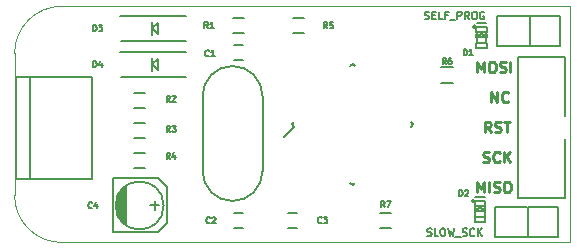
<source format=gbr>
G04 #@! TF.FileFunction,Legend,Top*
%FSLAX46Y46*%
G04 Gerber Fmt 4.6, Leading zero omitted, Abs format (unit mm)*
G04 Created by KiCad (PCBNEW (2015-01-16 BZR 5376)-product) date 9/25/2015 11:05:44 AM*
%MOMM*%
G01*
G04 APERTURE LIST*
%ADD10C,0.100000*%
%ADD11C,0.222250*%
%ADD12C,0.158750*%
%ADD13C,0.150000*%
%ADD14C,0.127000*%
G04 APERTURE END LIST*
D10*
X110000000Y-86000000D02*
X153000000Y-86000000D01*
X106000000Y-90000000D02*
X106000000Y-102000000D01*
X110000000Y-106000000D02*
X153000000Y-106000000D01*
X106000000Y-102000000D02*
G75*
G03X110000000Y-106000000I4000000J0D01*
G01*
X110000000Y-86000000D02*
G75*
G03X106000000Y-90000000I0J-4000000D01*
G01*
D11*
X145161001Y-101748167D02*
X145161001Y-100859167D01*
X145457334Y-101494167D01*
X145753667Y-100859167D01*
X145753667Y-101748167D01*
X146177001Y-101748167D02*
X146177001Y-100859167D01*
X146558000Y-101705833D02*
X146685000Y-101748167D01*
X146896667Y-101748167D01*
X146981334Y-101705833D01*
X147023667Y-101663500D01*
X147066000Y-101578833D01*
X147066000Y-101494167D01*
X147023667Y-101409500D01*
X146981334Y-101367167D01*
X146896667Y-101324833D01*
X146727334Y-101282500D01*
X146642667Y-101240167D01*
X146600334Y-101197833D01*
X146558000Y-101113167D01*
X146558000Y-101028500D01*
X146600334Y-100943833D01*
X146642667Y-100901500D01*
X146727334Y-100859167D01*
X146939000Y-100859167D01*
X147066000Y-100901500D01*
X147616334Y-100859167D02*
X147785667Y-100859167D01*
X147870334Y-100901500D01*
X147955001Y-100986167D01*
X147997334Y-101155500D01*
X147997334Y-101451833D01*
X147955001Y-101621167D01*
X147870334Y-101705833D01*
X147785667Y-101748167D01*
X147616334Y-101748167D01*
X147531667Y-101705833D01*
X147447001Y-101621167D01*
X147404667Y-101451833D01*
X147404667Y-101155500D01*
X147447001Y-100986167D01*
X147531667Y-100901500D01*
X147616334Y-100859167D01*
X145669000Y-99165833D02*
X145796000Y-99208167D01*
X146007667Y-99208167D01*
X146092334Y-99165833D01*
X146134667Y-99123500D01*
X146177000Y-99038833D01*
X146177000Y-98954167D01*
X146134667Y-98869500D01*
X146092334Y-98827167D01*
X146007667Y-98784833D01*
X145838334Y-98742500D01*
X145753667Y-98700167D01*
X145711334Y-98657833D01*
X145669000Y-98573167D01*
X145669000Y-98488500D01*
X145711334Y-98403833D01*
X145753667Y-98361500D01*
X145838334Y-98319167D01*
X146050000Y-98319167D01*
X146177000Y-98361500D01*
X147066001Y-99123500D02*
X147023667Y-99165833D01*
X146896667Y-99208167D01*
X146812001Y-99208167D01*
X146685001Y-99165833D01*
X146600334Y-99081167D01*
X146558001Y-98996500D01*
X146515667Y-98827167D01*
X146515667Y-98700167D01*
X146558001Y-98530833D01*
X146600334Y-98446167D01*
X146685001Y-98361500D01*
X146812001Y-98319167D01*
X146896667Y-98319167D01*
X147023667Y-98361500D01*
X147066001Y-98403833D01*
X147447001Y-99208167D02*
X147447001Y-98319167D01*
X147955001Y-99208167D02*
X147574001Y-98700167D01*
X147955001Y-98319167D02*
X147447001Y-98827167D01*
X146325167Y-96668167D02*
X146028833Y-96244833D01*
X145817167Y-96668167D02*
X145817167Y-95779167D01*
X146155833Y-95779167D01*
X146240500Y-95821500D01*
X146282833Y-95863833D01*
X146325167Y-95948500D01*
X146325167Y-96075500D01*
X146282833Y-96160167D01*
X146240500Y-96202500D01*
X146155833Y-96244833D01*
X145817167Y-96244833D01*
X146663833Y-96625833D02*
X146790833Y-96668167D01*
X147002500Y-96668167D01*
X147087167Y-96625833D01*
X147129500Y-96583500D01*
X147171833Y-96498833D01*
X147171833Y-96414167D01*
X147129500Y-96329500D01*
X147087167Y-96287167D01*
X147002500Y-96244833D01*
X146833167Y-96202500D01*
X146748500Y-96160167D01*
X146706167Y-96117833D01*
X146663833Y-96033167D01*
X146663833Y-95948500D01*
X146706167Y-95863833D01*
X146748500Y-95821500D01*
X146833167Y-95779167D01*
X147044833Y-95779167D01*
X147171833Y-95821500D01*
X147425834Y-95779167D02*
X147933834Y-95779167D01*
X147679834Y-96668167D02*
X147679834Y-95779167D01*
X146367501Y-94128167D02*
X146367501Y-93239167D01*
X146875501Y-94128167D01*
X146875501Y-93239167D01*
X147806834Y-94043500D02*
X147764500Y-94085833D01*
X147637500Y-94128167D01*
X147552834Y-94128167D01*
X147425834Y-94085833D01*
X147341167Y-94001167D01*
X147298834Y-93916500D01*
X147256500Y-93747167D01*
X147256500Y-93620167D01*
X147298834Y-93450833D01*
X147341167Y-93366167D01*
X147425834Y-93281500D01*
X147552834Y-93239167D01*
X147637500Y-93239167D01*
X147764500Y-93281500D01*
X147806834Y-93323833D01*
X145161001Y-91588167D02*
X145161001Y-90699167D01*
X145457334Y-91334167D01*
X145753667Y-90699167D01*
X145753667Y-91588167D01*
X146346334Y-90699167D02*
X146515667Y-90699167D01*
X146600334Y-90741500D01*
X146685001Y-90826167D01*
X146727334Y-90995500D01*
X146727334Y-91291833D01*
X146685001Y-91461167D01*
X146600334Y-91545833D01*
X146515667Y-91588167D01*
X146346334Y-91588167D01*
X146261667Y-91545833D01*
X146177001Y-91461167D01*
X146134667Y-91291833D01*
X146134667Y-90995500D01*
X146177001Y-90826167D01*
X146261667Y-90741500D01*
X146346334Y-90699167D01*
X147066000Y-91545833D02*
X147193000Y-91588167D01*
X147404667Y-91588167D01*
X147489334Y-91545833D01*
X147531667Y-91503500D01*
X147574000Y-91418833D01*
X147574000Y-91334167D01*
X147531667Y-91249500D01*
X147489334Y-91207167D01*
X147404667Y-91164833D01*
X147235334Y-91122500D01*
X147150667Y-91080167D01*
X147108334Y-91037833D01*
X147066000Y-90953167D01*
X147066000Y-90868500D01*
X147108334Y-90783833D01*
X147150667Y-90741500D01*
X147235334Y-90699167D01*
X147447000Y-90699167D01*
X147574000Y-90741500D01*
X147955001Y-91588167D02*
X147955001Y-90699167D01*
D12*
X140731118Y-87061524D02*
X140821833Y-87091762D01*
X140973023Y-87091762D01*
X141033499Y-87061524D01*
X141063737Y-87031286D01*
X141093976Y-86970810D01*
X141093976Y-86910333D01*
X141063737Y-86849857D01*
X141033499Y-86819619D01*
X140973023Y-86789381D01*
X140852071Y-86759143D01*
X140791595Y-86728905D01*
X140761356Y-86698667D01*
X140731118Y-86638190D01*
X140731118Y-86577714D01*
X140761356Y-86517238D01*
X140791595Y-86487000D01*
X140852071Y-86456762D01*
X141003261Y-86456762D01*
X141093976Y-86487000D01*
X141366118Y-86759143D02*
X141577785Y-86759143D01*
X141668499Y-87091762D02*
X141366118Y-87091762D01*
X141366118Y-86456762D01*
X141668499Y-86456762D01*
X142243023Y-87091762D02*
X141940642Y-87091762D01*
X141940642Y-86456762D01*
X142666357Y-86759143D02*
X142454690Y-86759143D01*
X142454690Y-87091762D02*
X142454690Y-86456762D01*
X142757071Y-86456762D01*
X142847786Y-87152238D02*
X143331596Y-87152238D01*
X143482786Y-87091762D02*
X143482786Y-86456762D01*
X143724691Y-86456762D01*
X143785167Y-86487000D01*
X143815406Y-86517238D01*
X143845644Y-86577714D01*
X143845644Y-86668429D01*
X143815406Y-86728905D01*
X143785167Y-86759143D01*
X143724691Y-86789381D01*
X143482786Y-86789381D01*
X144480644Y-87091762D02*
X144268977Y-86789381D01*
X144117786Y-87091762D02*
X144117786Y-86456762D01*
X144359691Y-86456762D01*
X144420167Y-86487000D01*
X144450406Y-86517238D01*
X144480644Y-86577714D01*
X144480644Y-86668429D01*
X144450406Y-86728905D01*
X144420167Y-86759143D01*
X144359691Y-86789381D01*
X144117786Y-86789381D01*
X144873739Y-86456762D02*
X144994691Y-86456762D01*
X145055167Y-86487000D01*
X145115644Y-86547476D01*
X145145882Y-86668429D01*
X145145882Y-86880095D01*
X145115644Y-87001048D01*
X145055167Y-87061524D01*
X144994691Y-87091762D01*
X144873739Y-87091762D01*
X144813263Y-87061524D01*
X144752786Y-87001048D01*
X144722548Y-86880095D01*
X144722548Y-86668429D01*
X144752786Y-86547476D01*
X144813263Y-86487000D01*
X144873739Y-86456762D01*
X145750644Y-86487000D02*
X145690167Y-86456762D01*
X145599453Y-86456762D01*
X145508739Y-86487000D01*
X145448263Y-86547476D01*
X145418024Y-86607952D01*
X145387786Y-86728905D01*
X145387786Y-86819619D01*
X145418024Y-86940571D01*
X145448263Y-87001048D01*
X145508739Y-87061524D01*
X145599453Y-87091762D01*
X145659929Y-87091762D01*
X145750644Y-87061524D01*
X145780882Y-87031286D01*
X145780882Y-86819619D01*
X145659929Y-86819619D01*
X140942785Y-105413024D02*
X141033500Y-105443262D01*
X141184690Y-105443262D01*
X141245166Y-105413024D01*
X141275404Y-105382786D01*
X141305643Y-105322310D01*
X141305643Y-105261833D01*
X141275404Y-105201357D01*
X141245166Y-105171119D01*
X141184690Y-105140881D01*
X141063738Y-105110643D01*
X141003262Y-105080405D01*
X140973023Y-105050167D01*
X140942785Y-104989690D01*
X140942785Y-104929214D01*
X140973023Y-104868738D01*
X141003262Y-104838500D01*
X141063738Y-104808262D01*
X141214928Y-104808262D01*
X141305643Y-104838500D01*
X141880166Y-105443262D02*
X141577785Y-105443262D01*
X141577785Y-104808262D01*
X142212786Y-104808262D02*
X142333738Y-104808262D01*
X142394214Y-104838500D01*
X142454691Y-104898976D01*
X142484929Y-105019929D01*
X142484929Y-105231595D01*
X142454691Y-105352548D01*
X142394214Y-105413024D01*
X142333738Y-105443262D01*
X142212786Y-105443262D01*
X142152310Y-105413024D01*
X142091833Y-105352548D01*
X142061595Y-105231595D01*
X142061595Y-105019929D01*
X142091833Y-104898976D01*
X142152310Y-104838500D01*
X142212786Y-104808262D01*
X142696595Y-104808262D02*
X142847786Y-105443262D01*
X142968738Y-104989690D01*
X143089691Y-105443262D01*
X143240881Y-104808262D01*
X143331595Y-105503738D02*
X143815405Y-105503738D01*
X143936357Y-105413024D02*
X144027072Y-105443262D01*
X144178262Y-105443262D01*
X144238738Y-105413024D01*
X144268976Y-105382786D01*
X144299215Y-105322310D01*
X144299215Y-105261833D01*
X144268976Y-105201357D01*
X144238738Y-105171119D01*
X144178262Y-105140881D01*
X144057310Y-105110643D01*
X143996834Y-105080405D01*
X143966595Y-105050167D01*
X143936357Y-104989690D01*
X143936357Y-104929214D01*
X143966595Y-104868738D01*
X143996834Y-104838500D01*
X144057310Y-104808262D01*
X144208500Y-104808262D01*
X144299215Y-104838500D01*
X144934215Y-105382786D02*
X144903977Y-105413024D01*
X144813262Y-105443262D01*
X144752786Y-105443262D01*
X144662072Y-105413024D01*
X144601596Y-105352548D01*
X144571357Y-105292071D01*
X144541119Y-105171119D01*
X144541119Y-105080405D01*
X144571357Y-104959452D01*
X144601596Y-104898976D01*
X144662072Y-104838500D01*
X144752786Y-104808262D01*
X144813262Y-104808262D01*
X144903977Y-104838500D01*
X144934215Y-104868738D01*
X145206357Y-105443262D02*
X145206357Y-104808262D01*
X145569215Y-105443262D02*
X145297072Y-105080405D01*
X145569215Y-104808262D02*
X145206357Y-105171119D01*
D10*
X153000000Y-106000000D02*
X153000000Y-86000000D01*
D13*
X149669500Y-86868000D02*
X146812000Y-86868000D01*
X146812000Y-86868000D02*
X146812000Y-89408000D01*
X149606000Y-89408000D02*
X146812000Y-89408000D01*
X149606000Y-86868000D02*
X152146000Y-86868000D01*
X149606000Y-86868000D02*
X149606000Y-89408000D01*
X149606000Y-89408000D02*
X152146000Y-89408000D01*
X152146000Y-89408000D02*
X152146000Y-86868000D01*
X149415500Y-102997000D02*
X146685000Y-102997000D01*
X146685000Y-102997000D02*
X146685000Y-105537000D01*
X149542500Y-105537000D02*
X146685000Y-105537000D01*
X149479000Y-102997000D02*
X152019000Y-102997000D01*
X149479000Y-102997000D02*
X149479000Y-105537000D01*
X149479000Y-105537000D02*
X152019000Y-105537000D01*
X152019000Y-105537000D02*
X152019000Y-102997000D01*
X106120000Y-91950000D02*
X106120000Y-100650000D01*
X112525000Y-91950000D02*
X112525000Y-100650000D01*
X112525000Y-100650000D02*
X106120000Y-100650000D01*
X107350000Y-100650000D02*
X107350000Y-91950000D01*
X106120000Y-91950000D02*
X112525000Y-91950000D01*
X124618000Y-89316000D02*
X125318000Y-89316000D01*
X125318000Y-90516000D02*
X124618000Y-90516000D01*
X124618000Y-103540000D02*
X125318000Y-103540000D01*
X125318000Y-104740000D02*
X124618000Y-104740000D01*
X129190000Y-103540000D02*
X129890000Y-103540000D01*
X129890000Y-104740000D02*
X129190000Y-104740000D01*
X118237000Y-102870000D02*
X117475000Y-102870000D01*
X117856000Y-102489000D02*
X117856000Y-103251000D01*
X118110000Y-105156000D02*
X114300000Y-105156000D01*
X118872000Y-101346000D02*
X118872000Y-104394000D01*
X118110000Y-105156000D02*
X118872000Y-104394000D01*
X118110000Y-100584000D02*
X114300000Y-100584000D01*
X118110000Y-100584000D02*
X118872000Y-101346000D01*
X114554000Y-102997000D02*
X114554000Y-102743000D01*
X114681000Y-102235000D02*
X114681000Y-103505000D01*
X114808000Y-103759000D02*
X114808000Y-101981000D01*
X114935000Y-104013000D02*
X114935000Y-101727000D01*
X115062000Y-101600000D02*
X115062000Y-104140000D01*
X115189000Y-104267000D02*
X115189000Y-101473000D01*
X115316000Y-101346000D02*
X115316000Y-104394000D01*
X115443000Y-101219000D02*
X115443000Y-104521000D01*
X114300000Y-100584000D02*
X114300000Y-105156000D01*
X118618000Y-102870000D02*
G75*
G03X118618000Y-102870000I-2032000J0D01*
G01*
X145142000Y-87446000D02*
X145942000Y-87446000D01*
X145083421Y-87746000D02*
G75*
G03X145083421Y-87746000I-141421J0D01*
G01*
X145092420Y-88196420D02*
X145991580Y-88196420D01*
X145991580Y-88196420D02*
X145991580Y-87797640D01*
X145092420Y-87797640D02*
X145991580Y-87797640D01*
X145092420Y-88196420D02*
X145092420Y-87797640D01*
X145092420Y-89494360D02*
X145991580Y-89494360D01*
X145991580Y-89494360D02*
X145991580Y-89095580D01*
X145092420Y-89095580D02*
X145991580Y-89095580D01*
X145092420Y-89494360D02*
X145092420Y-89095580D01*
X145092420Y-88646000D02*
X145242280Y-88646000D01*
X145242280Y-88646000D02*
X145242280Y-88346280D01*
X145092420Y-88346280D02*
X145242280Y-88346280D01*
X145092420Y-88646000D02*
X145092420Y-88346280D01*
X145841720Y-88646000D02*
X145991580Y-88646000D01*
X145991580Y-88646000D02*
X145991580Y-88346280D01*
X145841720Y-88346280D02*
X145991580Y-88346280D01*
X145841720Y-88646000D02*
X145841720Y-88346280D01*
X145392140Y-88646000D02*
X145691860Y-88646000D01*
X145691860Y-88646000D02*
X145691860Y-88346280D01*
X145392140Y-88346280D02*
X145691860Y-88346280D01*
X145392140Y-88646000D02*
X145392140Y-88346280D01*
X145143220Y-88196420D02*
X145143220Y-89095580D01*
X145940780Y-88196420D02*
X145940780Y-89095580D01*
X145015000Y-102178000D02*
X145815000Y-102178000D01*
X144956421Y-102478000D02*
G75*
G03X144956421Y-102478000I-141421J0D01*
G01*
X144965420Y-102928420D02*
X145864580Y-102928420D01*
X145864580Y-102928420D02*
X145864580Y-102529640D01*
X144965420Y-102529640D02*
X145864580Y-102529640D01*
X144965420Y-102928420D02*
X144965420Y-102529640D01*
X144965420Y-104226360D02*
X145864580Y-104226360D01*
X145864580Y-104226360D02*
X145864580Y-103827580D01*
X144965420Y-103827580D02*
X145864580Y-103827580D01*
X144965420Y-104226360D02*
X144965420Y-103827580D01*
X144965420Y-103378000D02*
X145115280Y-103378000D01*
X145115280Y-103378000D02*
X145115280Y-103078280D01*
X144965420Y-103078280D02*
X145115280Y-103078280D01*
X144965420Y-103378000D02*
X144965420Y-103078280D01*
X145714720Y-103378000D02*
X145864580Y-103378000D01*
X145864580Y-103378000D02*
X145864580Y-103078280D01*
X145714720Y-103078280D02*
X145864580Y-103078280D01*
X145714720Y-103378000D02*
X145714720Y-103078280D01*
X145265140Y-103378000D02*
X145564860Y-103378000D01*
X145564860Y-103378000D02*
X145564860Y-103078280D01*
X145265140Y-103078280D02*
X145564860Y-103078280D01*
X145265140Y-103378000D02*
X145265140Y-103078280D01*
X145016220Y-102928420D02*
X145016220Y-103827580D01*
X145813780Y-102928420D02*
X145813780Y-103827580D01*
X152622000Y-102266000D02*
X152622000Y-97266000D01*
X152622000Y-90266000D02*
X152622000Y-95266000D01*
X148622000Y-90266000D02*
X148622000Y-102266000D01*
X148622000Y-102266000D02*
X152622000Y-102266000D01*
X152622000Y-90266000D02*
X148622000Y-90266000D01*
X124468000Y-86955000D02*
X125468000Y-86955000D01*
X125468000Y-88305000D02*
X124468000Y-88305000D01*
X117086000Y-94655000D02*
X116086000Y-94655000D01*
X116086000Y-93305000D02*
X117086000Y-93305000D01*
X117086000Y-97195000D02*
X116086000Y-97195000D01*
X116086000Y-95845000D02*
X117086000Y-95845000D01*
X117086000Y-99735000D02*
X116086000Y-99735000D01*
X116086000Y-98385000D02*
X117086000Y-98385000D01*
X129548000Y-86955000D02*
X130548000Y-86955000D01*
X130548000Y-88305000D02*
X129548000Y-88305000D01*
X121920000Y-93599000D02*
X121920000Y-99949000D01*
X127000000Y-93599000D02*
X127000000Y-99949000D01*
X124460000Y-102489000D02*
G75*
G03X127000000Y-99949000I0J2540000D01*
G01*
X121920000Y-99949000D02*
G75*
G03X124460000Y-102489000I2540000J0D01*
G01*
X127000000Y-93599000D02*
G75*
G03X124460000Y-91059000I-2540000J0D01*
G01*
X124460000Y-91059000D02*
G75*
G03X121920000Y-93599000I0J-2540000D01*
G01*
X129493476Y-96012000D02*
X129705608Y-96224132D01*
X134620000Y-90885476D02*
X134832132Y-91097608D01*
X139746524Y-96012000D02*
X139534392Y-95799868D01*
X134620000Y-101138524D02*
X134407868Y-100926392D01*
X129493476Y-96012000D02*
X129705608Y-95799868D01*
X134620000Y-101138524D02*
X134832132Y-100926392D01*
X139746524Y-96012000D02*
X139534392Y-96224132D01*
X134620000Y-90885476D02*
X134407868Y-91097608D01*
X129705608Y-96224132D02*
X128839402Y-97090338D01*
X115056000Y-88984000D02*
X120556000Y-88984000D01*
X114956000Y-86784000D02*
X120556000Y-86784000D01*
X117606000Y-87884000D02*
X118156000Y-87434000D01*
X118156000Y-87434000D02*
X118156000Y-88334000D01*
X118156000Y-88334000D02*
X117606000Y-87884000D01*
X117606000Y-87334000D02*
X117606000Y-88434000D01*
X115056000Y-92032000D02*
X120556000Y-92032000D01*
X114956000Y-89832000D02*
X120556000Y-89832000D01*
X117606000Y-90932000D02*
X118156000Y-90482000D01*
X118156000Y-90482000D02*
X118156000Y-91382000D01*
X118156000Y-91382000D02*
X117606000Y-90932000D01*
X117606000Y-90382000D02*
X117606000Y-91482000D01*
X143121000Y-92496000D02*
X142121000Y-92496000D01*
X142121000Y-91146000D02*
X143121000Y-91146000D01*
X137914000Y-104815000D02*
X136914000Y-104815000D01*
X136914000Y-103465000D02*
X137914000Y-103465000D01*
D14*
X122458664Y-90187232D02*
X122434474Y-90211422D01*
X122361902Y-90235613D01*
X122313521Y-90235613D01*
X122240950Y-90211422D01*
X122192569Y-90163041D01*
X122168378Y-90114660D01*
X122144188Y-90017898D01*
X122144188Y-89945327D01*
X122168378Y-89848565D01*
X122192569Y-89800184D01*
X122240950Y-89751803D01*
X122313521Y-89727613D01*
X122361902Y-89727613D01*
X122434474Y-89751803D01*
X122458664Y-89775993D01*
X122942474Y-90235613D02*
X122652188Y-90235613D01*
X122797331Y-90235613D02*
X122797331Y-89727613D01*
X122748950Y-89800184D01*
X122700569Y-89848565D01*
X122652188Y-89872755D01*
X122548466Y-104321429D02*
X122524276Y-104345619D01*
X122451704Y-104369810D01*
X122403323Y-104369810D01*
X122330752Y-104345619D01*
X122282371Y-104297238D01*
X122258180Y-104248857D01*
X122233990Y-104152095D01*
X122233990Y-104079524D01*
X122258180Y-103982762D01*
X122282371Y-103934381D01*
X122330752Y-103886000D01*
X122403323Y-103861810D01*
X122451704Y-103861810D01*
X122524276Y-103886000D01*
X122548466Y-103910190D01*
X122741990Y-103910190D02*
X122766180Y-103886000D01*
X122814561Y-103861810D01*
X122935514Y-103861810D01*
X122983895Y-103886000D01*
X123008085Y-103910190D01*
X123032276Y-103958571D01*
X123032276Y-104006952D01*
X123008085Y-104079524D01*
X122717799Y-104369810D01*
X123032276Y-104369810D01*
X131995333Y-104321429D02*
X131971143Y-104345619D01*
X131898571Y-104369810D01*
X131850190Y-104369810D01*
X131777619Y-104345619D01*
X131729238Y-104297238D01*
X131705047Y-104248857D01*
X131680857Y-104152095D01*
X131680857Y-104079524D01*
X131705047Y-103982762D01*
X131729238Y-103934381D01*
X131777619Y-103886000D01*
X131850190Y-103861810D01*
X131898571Y-103861810D01*
X131971143Y-103886000D01*
X131995333Y-103910190D01*
X132164666Y-103861810D02*
X132479143Y-103861810D01*
X132309809Y-104055333D01*
X132382381Y-104055333D01*
X132430762Y-104079524D01*
X132454952Y-104103714D01*
X132479143Y-104152095D01*
X132479143Y-104273048D01*
X132454952Y-104321429D01*
X132430762Y-104345619D01*
X132382381Y-104369810D01*
X132237238Y-104369810D01*
X132188857Y-104345619D01*
X132164666Y-104321429D01*
X112564333Y-103051429D02*
X112540143Y-103075619D01*
X112467571Y-103099810D01*
X112419190Y-103099810D01*
X112346619Y-103075619D01*
X112298238Y-103027238D01*
X112274047Y-102978857D01*
X112249857Y-102882095D01*
X112249857Y-102809524D01*
X112274047Y-102712762D01*
X112298238Y-102664381D01*
X112346619Y-102616000D01*
X112419190Y-102591810D01*
X112467571Y-102591810D01*
X112540143Y-102616000D01*
X112564333Y-102640190D01*
X112999762Y-102761143D02*
X112999762Y-103099810D01*
X112878809Y-102567619D02*
X112757857Y-102930476D01*
X113072333Y-102930476D01*
X144024047Y-90145810D02*
X144024047Y-89637810D01*
X144145000Y-89637810D01*
X144217571Y-89662000D01*
X144265952Y-89710381D01*
X144290143Y-89758762D01*
X144314333Y-89855524D01*
X144314333Y-89928095D01*
X144290143Y-90024857D01*
X144265952Y-90073238D01*
X144217571Y-90121619D01*
X144145000Y-90145810D01*
X144024047Y-90145810D01*
X144798143Y-90145810D02*
X144507857Y-90145810D01*
X144653000Y-90145810D02*
X144653000Y-89637810D01*
X144604619Y-89710381D01*
X144556238Y-89758762D01*
X144507857Y-89782952D01*
X143643047Y-102083810D02*
X143643047Y-101575810D01*
X143764000Y-101575810D01*
X143836571Y-101600000D01*
X143884952Y-101648381D01*
X143909143Y-101696762D01*
X143933333Y-101793524D01*
X143933333Y-101866095D01*
X143909143Y-101962857D01*
X143884952Y-102011238D01*
X143836571Y-102059619D01*
X143764000Y-102083810D01*
X143643047Y-102083810D01*
X144126857Y-101624190D02*
X144151047Y-101600000D01*
X144199428Y-101575810D01*
X144320381Y-101575810D01*
X144368762Y-101600000D01*
X144392952Y-101624190D01*
X144417143Y-101672571D01*
X144417143Y-101720952D01*
X144392952Y-101793524D01*
X144102666Y-102083810D01*
X144417143Y-102083810D01*
X122368861Y-87859810D02*
X122199528Y-87617905D01*
X122078575Y-87859810D02*
X122078575Y-87351810D01*
X122272099Y-87351810D01*
X122320480Y-87376000D01*
X122344671Y-87400190D01*
X122368861Y-87448571D01*
X122368861Y-87521143D01*
X122344671Y-87569524D01*
X122320480Y-87593714D01*
X122272099Y-87617905D01*
X122078575Y-87617905D01*
X122852671Y-87859810D02*
X122562385Y-87859810D01*
X122707528Y-87859810D02*
X122707528Y-87351810D01*
X122659147Y-87424381D01*
X122610766Y-87472762D01*
X122562385Y-87496952D01*
X119168333Y-94082810D02*
X118999000Y-93840905D01*
X118878047Y-94082810D02*
X118878047Y-93574810D01*
X119071571Y-93574810D01*
X119119952Y-93599000D01*
X119144143Y-93623190D01*
X119168333Y-93671571D01*
X119168333Y-93744143D01*
X119144143Y-93792524D01*
X119119952Y-93816714D01*
X119071571Y-93840905D01*
X118878047Y-93840905D01*
X119361857Y-93623190D02*
X119386047Y-93599000D01*
X119434428Y-93574810D01*
X119555381Y-93574810D01*
X119603762Y-93599000D01*
X119627952Y-93623190D01*
X119652143Y-93671571D01*
X119652143Y-93719952D01*
X119627952Y-93792524D01*
X119337666Y-94082810D01*
X119652143Y-94082810D01*
X119168333Y-96622810D02*
X118999000Y-96380905D01*
X118878047Y-96622810D02*
X118878047Y-96114810D01*
X119071571Y-96114810D01*
X119119952Y-96139000D01*
X119144143Y-96163190D01*
X119168333Y-96211571D01*
X119168333Y-96284143D01*
X119144143Y-96332524D01*
X119119952Y-96356714D01*
X119071571Y-96380905D01*
X118878047Y-96380905D01*
X119337666Y-96114810D02*
X119652143Y-96114810D01*
X119482809Y-96308333D01*
X119555381Y-96308333D01*
X119603762Y-96332524D01*
X119627952Y-96356714D01*
X119652143Y-96405095D01*
X119652143Y-96526048D01*
X119627952Y-96574429D01*
X119603762Y-96598619D01*
X119555381Y-96622810D01*
X119410238Y-96622810D01*
X119361857Y-96598619D01*
X119337666Y-96574429D01*
X119168333Y-98908810D02*
X118999000Y-98666905D01*
X118878047Y-98908810D02*
X118878047Y-98400810D01*
X119071571Y-98400810D01*
X119119952Y-98425000D01*
X119144143Y-98449190D01*
X119168333Y-98497571D01*
X119168333Y-98570143D01*
X119144143Y-98618524D01*
X119119952Y-98642714D01*
X119071571Y-98666905D01*
X118878047Y-98666905D01*
X119603762Y-98570143D02*
X119603762Y-98908810D01*
X119482809Y-98376619D02*
X119361857Y-98739476D01*
X119676333Y-98739476D01*
X132477805Y-87859810D02*
X132308472Y-87617905D01*
X132187519Y-87859810D02*
X132187519Y-87351810D01*
X132381043Y-87351810D01*
X132429424Y-87376000D01*
X132453615Y-87400190D01*
X132477805Y-87448571D01*
X132477805Y-87521143D01*
X132453615Y-87569524D01*
X132429424Y-87593714D01*
X132381043Y-87617905D01*
X132187519Y-87617905D01*
X132937424Y-87351810D02*
X132695519Y-87351810D01*
X132671329Y-87593714D01*
X132695519Y-87569524D01*
X132743900Y-87545333D01*
X132864853Y-87545333D01*
X132913234Y-87569524D01*
X132937424Y-87593714D01*
X132961615Y-87642095D01*
X132961615Y-87763048D01*
X132937424Y-87811429D01*
X132913234Y-87835619D01*
X132864853Y-87859810D01*
X132743900Y-87859810D01*
X132695519Y-87835619D01*
X132671329Y-87811429D01*
X112655047Y-88113810D02*
X112655047Y-87605810D01*
X112776000Y-87605810D01*
X112848571Y-87630000D01*
X112896952Y-87678381D01*
X112921143Y-87726762D01*
X112945333Y-87823524D01*
X112945333Y-87896095D01*
X112921143Y-87992857D01*
X112896952Y-88041238D01*
X112848571Y-88089619D01*
X112776000Y-88113810D01*
X112655047Y-88113810D01*
X113114666Y-87605810D02*
X113429143Y-87605810D01*
X113259809Y-87799333D01*
X113332381Y-87799333D01*
X113380762Y-87823524D01*
X113404952Y-87847714D01*
X113429143Y-87896095D01*
X113429143Y-88017048D01*
X113404952Y-88065429D01*
X113380762Y-88089619D01*
X113332381Y-88113810D01*
X113187238Y-88113810D01*
X113138857Y-88089619D01*
X113114666Y-88065429D01*
X112655047Y-91161810D02*
X112655047Y-90653810D01*
X112776000Y-90653810D01*
X112848571Y-90678000D01*
X112896952Y-90726381D01*
X112921143Y-90774762D01*
X112945333Y-90871524D01*
X112945333Y-90944095D01*
X112921143Y-91040857D01*
X112896952Y-91089238D01*
X112848571Y-91137619D01*
X112776000Y-91161810D01*
X112655047Y-91161810D01*
X113380762Y-90823143D02*
X113380762Y-91161810D01*
X113259809Y-90629619D02*
X113138857Y-90992476D01*
X113453333Y-90992476D01*
X142536333Y-90907810D02*
X142367000Y-90665905D01*
X142246047Y-90907810D02*
X142246047Y-90399810D01*
X142439571Y-90399810D01*
X142487952Y-90424000D01*
X142512143Y-90448190D01*
X142536333Y-90496571D01*
X142536333Y-90569143D01*
X142512143Y-90617524D01*
X142487952Y-90641714D01*
X142439571Y-90665905D01*
X142246047Y-90665905D01*
X142971762Y-90399810D02*
X142875000Y-90399810D01*
X142826619Y-90424000D01*
X142802428Y-90448190D01*
X142754047Y-90520762D01*
X142729857Y-90617524D01*
X142729857Y-90811048D01*
X142754047Y-90859429D01*
X142778238Y-90883619D01*
X142826619Y-90907810D01*
X142923381Y-90907810D01*
X142971762Y-90883619D01*
X142995952Y-90859429D01*
X143020143Y-90811048D01*
X143020143Y-90690095D01*
X142995952Y-90641714D01*
X142971762Y-90617524D01*
X142923381Y-90593333D01*
X142826619Y-90593333D01*
X142778238Y-90617524D01*
X142754047Y-90641714D01*
X142729857Y-90690095D01*
X137329333Y-103036310D02*
X137160000Y-102794405D01*
X137039047Y-103036310D02*
X137039047Y-102528310D01*
X137232571Y-102528310D01*
X137280952Y-102552500D01*
X137305143Y-102576690D01*
X137329333Y-102625071D01*
X137329333Y-102697643D01*
X137305143Y-102746024D01*
X137280952Y-102770214D01*
X137232571Y-102794405D01*
X137039047Y-102794405D01*
X137498666Y-102528310D02*
X137837333Y-102528310D01*
X137619619Y-103036310D01*
M02*

</source>
